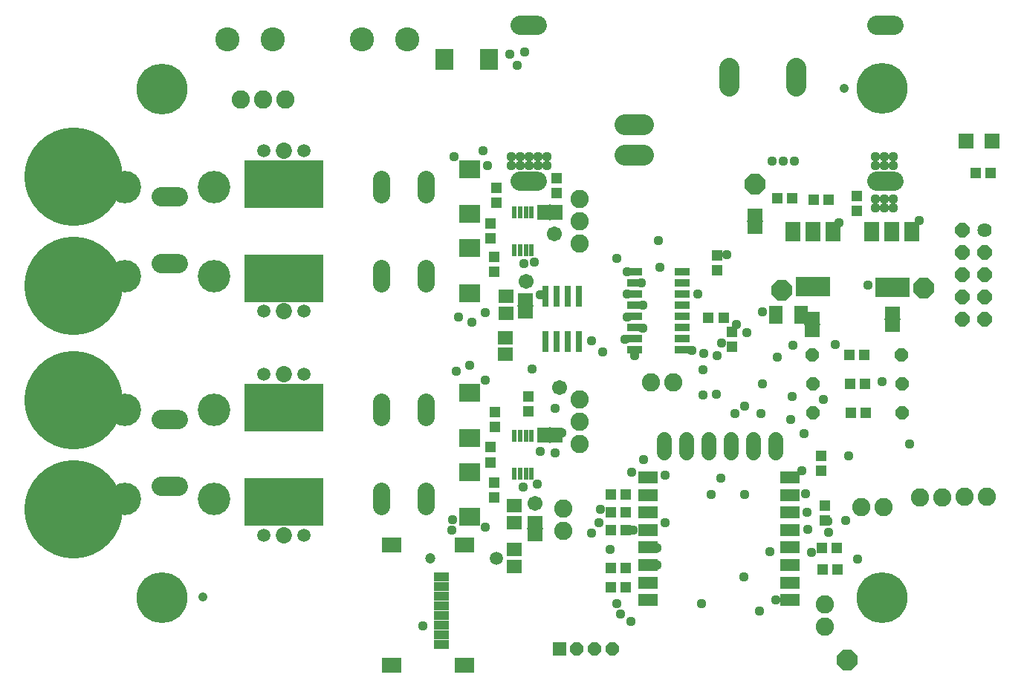
<source format=gts>
G75*
%MOIN*%
%OFA0B0*%
%FSLAX25Y25*%
%IPPOS*%
%LPD*%
%AMOC8*
5,1,8,0,0,1.08239X$1,22.5*
%
%ADD10R,0.02375X0.05524*%
%ADD11R,0.06700X0.08700*%
%ADD12R,0.15800X0.08700*%
%ADD13R,0.04737X0.05131*%
%ADD14R,0.05131X0.04737*%
%ADD15R,0.06706X0.05918*%
%ADD16C,0.08200*%
%ADD17R,0.08674X0.05524*%
%ADD18C,0.06800*%
%ADD19R,0.06800X0.03300*%
%ADD20R,0.35249X0.21272*%
%ADD21C,0.04769*%
%ADD22C,0.05950*%
%ADD23C,0.07296*%
%ADD24C,0.06400*%
%ADD25OC8,0.06400*%
%ADD26C,0.04737*%
%ADD27C,0.05918*%
%ADD28OC8,0.09300*%
%ADD29R,0.06000X0.06000*%
%ADD30OC8,0.06000*%
%ADD31R,0.08674X0.06509*%
%ADD32R,0.06706X0.03950*%
%ADD33C,0.09200*%
%ADD34R,0.09461X0.07887*%
%ADD35C,0.10800*%
%ADD36R,0.06706X0.06706*%
%ADD37R,0.07100X0.05400*%
%ADD38R,0.01600X0.03300*%
%ADD39R,0.07200X0.00600*%
%ADD40C,0.44107*%
%ADD41R,0.03162X0.09461*%
%ADD42C,0.03937*%
%ADD43R,0.07887X0.09461*%
%ADD44C,0.07800*%
%ADD45C,0.14580*%
%ADD46C,0.08600*%
%ADD47C,0.09050*%
%ADD48R,0.06076X0.07887*%
%ADD49R,0.05400X0.07100*%
%ADD50R,0.03300X0.01600*%
%ADD51R,0.00600X0.07200*%
%ADD52C,0.06737*%
%ADD53C,0.22800*%
%ADD54C,0.04369*%
D10*
X0261871Y0147324D03*
X0264430Y0147324D03*
X0266989Y0147324D03*
X0269548Y0147324D03*
X0269548Y0164306D03*
X0266989Y0164306D03*
X0264430Y0164306D03*
X0261871Y0164306D03*
X0261871Y0247718D03*
X0264430Y0247718D03*
X0266989Y0247718D03*
X0269548Y0247718D03*
X0269548Y0264699D03*
X0266989Y0264699D03*
X0264430Y0264699D03*
X0261871Y0264699D03*
D11*
X0386806Y0255962D03*
X0395806Y0255962D03*
X0404806Y0255962D03*
X0422239Y0255939D03*
X0431239Y0255939D03*
X0440239Y0255939D03*
D12*
X0431339Y0231139D03*
X0395906Y0231162D03*
D13*
X0355648Y0217486D03*
X0348955Y0217486D03*
X0352787Y0238654D03*
X0352787Y0245347D03*
X0415619Y0265280D03*
X0415619Y0271973D03*
X0468808Y0282403D03*
X0475501Y0282403D03*
X0280729Y0279878D03*
X0280729Y0273185D03*
X0253763Y0275709D03*
X0253763Y0269016D03*
X0251024Y0259555D03*
X0251024Y0252862D03*
X0252914Y0244791D03*
X0252914Y0238098D03*
X0268229Y0181878D03*
X0268229Y0175185D03*
X0253032Y0175131D03*
X0253032Y0168438D03*
X0251024Y0159161D03*
X0251024Y0152468D03*
X0252914Y0143413D03*
X0252914Y0136720D03*
X0305138Y0137943D03*
X0311831Y0137943D03*
X0311864Y0129915D03*
X0305171Y0129915D03*
X0305161Y0121837D03*
X0311854Y0121837D03*
X0311891Y0105022D03*
X0305199Y0105022D03*
X0305169Y0096289D03*
X0311862Y0096289D03*
X0400078Y0104420D03*
X0406771Y0104420D03*
X0406472Y0114138D03*
X0399779Y0114138D03*
X0401092Y0126368D03*
X0401092Y0133061D03*
X0399490Y0148620D03*
X0399490Y0155313D03*
D14*
X0412729Y0174531D03*
X0419422Y0174531D03*
X0419229Y0187531D03*
X0412536Y0187531D03*
X0412229Y0200531D03*
X0418922Y0200531D03*
X0359596Y0204214D03*
X0359596Y0210907D03*
X0379712Y0270893D03*
X0386405Y0270893D03*
X0396193Y0270282D03*
X0402886Y0270282D03*
D15*
X0257993Y0226889D03*
X0257993Y0219409D03*
X0257889Y0208319D03*
X0257889Y0200839D03*
X0261922Y0132955D03*
X0261922Y0125475D03*
X0261823Y0113256D03*
X0261823Y0105776D03*
D16*
X0283854Y0121751D03*
X0283854Y0131751D03*
X0291043Y0160635D03*
X0291043Y0170635D03*
X0291043Y0180635D03*
X0323029Y0188492D03*
X0333029Y0188492D03*
X0417440Y0132248D03*
X0427440Y0132248D03*
X0443943Y0136719D03*
X0453943Y0136719D03*
X0463914Y0136845D03*
X0473914Y0136845D03*
X0401220Y0088808D03*
X0401220Y0078808D03*
X0291007Y0250614D03*
X0291007Y0260614D03*
X0291007Y0270614D03*
X0159080Y0315226D03*
X0149080Y0315226D03*
X0139080Y0315226D03*
D17*
X0321828Y0145657D03*
X0321828Y0137783D03*
X0321828Y0129909D03*
X0321828Y0122035D03*
X0321828Y0114161D03*
X0321828Y0106287D03*
X0321828Y0098413D03*
X0321828Y0090539D03*
X0385607Y0090539D03*
X0385607Y0098413D03*
X0385607Y0106287D03*
X0385607Y0114161D03*
X0385607Y0122035D03*
X0385607Y0129909D03*
X0385607Y0137783D03*
X0385607Y0145657D03*
D18*
X0379198Y0156563D02*
X0379198Y0162563D01*
X0369198Y0162563D02*
X0369198Y0156563D01*
X0359198Y0156563D02*
X0359198Y0162563D01*
X0349198Y0162563D02*
X0349198Y0156563D01*
X0339198Y0156563D02*
X0339198Y0162563D01*
X0329198Y0162563D02*
X0329198Y0156563D01*
D19*
X0337052Y0202866D03*
X0337052Y0207866D03*
X0337052Y0212866D03*
X0337052Y0217866D03*
X0337052Y0222866D03*
X0337052Y0227866D03*
X0337052Y0232866D03*
X0337052Y0237866D03*
X0315831Y0237866D03*
X0315831Y0232866D03*
X0315831Y0227866D03*
X0315831Y0222866D03*
X0315831Y0217866D03*
X0315831Y0212866D03*
X0315831Y0207866D03*
X0315831Y0202866D03*
D20*
X0158457Y0177075D03*
X0158457Y0134555D03*
X0158457Y0234949D03*
X0158457Y0277468D03*
D21*
X0158457Y0277862D03*
X0151568Y0277862D03*
X0144678Y0277862D03*
X0144678Y0270972D03*
X0151568Y0270972D03*
X0158457Y0270972D03*
X0165347Y0270972D03*
X0172237Y0270972D03*
X0172237Y0277862D03*
X0165347Y0277862D03*
X0165347Y0284752D03*
X0158457Y0284752D03*
X0151568Y0284752D03*
X0144678Y0284752D03*
X0172237Y0284752D03*
X0172237Y0241445D03*
X0165347Y0241445D03*
X0158457Y0241445D03*
X0151568Y0241445D03*
X0144678Y0241445D03*
X0144678Y0234555D03*
X0151568Y0234555D03*
X0158457Y0234555D03*
X0165347Y0234555D03*
X0172237Y0234555D03*
X0172237Y0227665D03*
X0165347Y0227665D03*
X0158457Y0227665D03*
X0151568Y0227665D03*
X0144678Y0227665D03*
X0144678Y0184358D03*
X0151568Y0184358D03*
X0158457Y0184358D03*
X0165347Y0184358D03*
X0172237Y0184358D03*
X0172237Y0177468D03*
X0165347Y0177468D03*
X0158457Y0177468D03*
X0151568Y0177468D03*
X0144678Y0177468D03*
X0144678Y0170579D03*
X0151568Y0170579D03*
X0158457Y0170579D03*
X0165347Y0170579D03*
X0172237Y0170579D03*
X0172237Y0141051D03*
X0165347Y0141051D03*
X0158457Y0141051D03*
X0151568Y0141051D03*
X0144678Y0141051D03*
X0144678Y0134161D03*
X0151568Y0134161D03*
X0158457Y0134161D03*
X0165347Y0134161D03*
X0172237Y0134161D03*
X0172237Y0127271D03*
X0165347Y0127271D03*
X0158457Y0127271D03*
X0151568Y0127271D03*
X0144678Y0127271D03*
D22*
X0149568Y0119771D03*
X0167347Y0119771D03*
X0167347Y0191858D03*
X0149568Y0191858D03*
X0149568Y0220165D03*
X0167347Y0220165D03*
X0167347Y0292252D03*
X0149568Y0292252D03*
D23*
X0158457Y0292252D03*
X0158457Y0220165D03*
X0158457Y0191858D03*
X0158457Y0119771D03*
D24*
X0472678Y0256657D03*
D25*
X0462678Y0256657D03*
X0462678Y0246657D03*
X0472678Y0246657D03*
X0472678Y0236657D03*
X0462678Y0236657D03*
X0462678Y0226657D03*
X0472678Y0226657D03*
X0472678Y0216657D03*
X0462678Y0216657D03*
D26*
X0224299Y0109253D03*
D27*
X0253826Y0109253D03*
D28*
X0411135Y0063531D03*
X0381906Y0229571D03*
X0445339Y0230571D03*
X0369905Y0277341D03*
D29*
X0282094Y0068704D03*
D30*
X0289968Y0068704D03*
X0297842Y0068704D03*
X0305716Y0068704D03*
X0395729Y0174531D03*
X0395729Y0187531D03*
X0395576Y0200531D03*
X0435576Y0200531D03*
X0435729Y0187531D03*
X0435729Y0174531D03*
D31*
X0239366Y0115421D03*
X0206688Y0115421D03*
X0206688Y0061287D03*
X0239366Y0061287D03*
D32*
X0229129Y0070657D03*
X0229129Y0074988D03*
X0229129Y0079319D03*
X0229129Y0083649D03*
X0229129Y0087980D03*
X0229129Y0092311D03*
X0229129Y0096641D03*
X0229129Y0100972D03*
D33*
X0311540Y0290268D02*
X0319940Y0290268D01*
X0319940Y0304048D02*
X0311540Y0304048D01*
D34*
X0241713Y0283964D03*
X0241713Y0263886D03*
X0241713Y0248531D03*
X0241713Y0228453D03*
X0241713Y0183571D03*
X0241713Y0163492D03*
X0241713Y0148138D03*
X0241713Y0128059D03*
D35*
X0213833Y0342420D03*
X0193360Y0342420D03*
X0153597Y0342420D03*
X0133124Y0342420D03*
D36*
X0464422Y0296649D03*
X0476202Y0296649D03*
D37*
X0369901Y0263501D03*
X0369901Y0257501D03*
X0431339Y0219760D03*
X0431339Y0213760D03*
X0395406Y0211260D03*
X0395406Y0217260D03*
X0266729Y0219531D03*
X0266729Y0225531D03*
X0271229Y0125531D03*
X0271229Y0119531D03*
D38*
X0271229Y0122531D03*
X0395406Y0214260D03*
X0431339Y0216760D03*
X0369901Y0260501D03*
X0266729Y0222531D03*
D39*
X0266729Y0222531D03*
X0369901Y0260501D03*
X0431339Y0216760D03*
X0395406Y0214260D03*
X0271229Y0122531D03*
D40*
X0064135Y0131208D03*
X0064135Y0180421D03*
X0064135Y0231602D03*
X0064135Y0280815D03*
D41*
X0275902Y0227124D03*
X0280902Y0227124D03*
X0285902Y0227124D03*
X0290902Y0227124D03*
X0290902Y0206652D03*
X0285902Y0206652D03*
X0280902Y0206652D03*
X0275902Y0206652D03*
D42*
X0409686Y0320185D02*
X0409686Y0320185D01*
X0409686Y0320185D01*
X0409686Y0320185D01*
X0409686Y0320185D01*
X0409686Y0320185D01*
X0409686Y0320185D01*
X0409686Y0320185D01*
X0409686Y0320185D01*
X0122284Y0091838D02*
X0122284Y0091838D01*
X0122284Y0091838D01*
X0122284Y0091838D01*
X0122284Y0091838D01*
X0122284Y0091838D01*
X0122284Y0091838D01*
X0122284Y0091838D01*
X0122284Y0091838D01*
D43*
X0230426Y0333372D03*
X0250505Y0333372D03*
D44*
X0222229Y0279708D02*
X0222229Y0272708D01*
X0202229Y0272708D02*
X0202229Y0279708D01*
X0202229Y0239708D02*
X0202229Y0232708D01*
X0222229Y0232708D02*
X0222229Y0239708D01*
X0222229Y0179708D02*
X0222229Y0172708D01*
X0202229Y0172708D02*
X0202229Y0179708D01*
X0202229Y0139708D02*
X0202229Y0132708D01*
X0222229Y0132708D02*
X0222229Y0139708D01*
D45*
X0127229Y0136031D03*
X0087229Y0136031D03*
X0087229Y0176031D03*
X0127229Y0176031D03*
X0127229Y0236031D03*
X0087229Y0236031D03*
X0087229Y0276031D03*
X0127229Y0276031D03*
D46*
X0111129Y0271531D02*
X0103329Y0271531D01*
X0103329Y0241531D02*
X0111129Y0241531D01*
X0111129Y0171531D02*
X0103329Y0171531D01*
X0103329Y0141531D02*
X0111129Y0141531D01*
X0264329Y0278531D02*
X0272129Y0278531D01*
X0272129Y0348531D02*
X0264329Y0348531D01*
X0424329Y0348531D02*
X0432129Y0348531D01*
X0432129Y0278531D02*
X0424329Y0278531D01*
D47*
X0388229Y0321406D02*
X0388229Y0329656D01*
X0358229Y0329656D02*
X0358229Y0321406D01*
D48*
X0379099Y0218531D03*
X0390359Y0218531D03*
D49*
X0280729Y0264531D03*
X0274729Y0264531D03*
X0274729Y0164531D03*
X0280729Y0164531D03*
D50*
X0277729Y0164531D03*
X0277729Y0264531D03*
D51*
X0277729Y0264531D03*
X0277729Y0164531D03*
D52*
X0282229Y0186031D03*
X0267229Y0233531D03*
X0279729Y0255031D03*
X0271229Y0134031D03*
D53*
X0103932Y0091707D03*
X0426745Y0091700D03*
X0426745Y0320164D03*
X0103932Y0320092D03*
D54*
X0234817Y0289804D03*
X0241804Y0283800D03*
X0249971Y0285716D03*
X0247971Y0292216D03*
X0260585Y0289800D03*
X0264585Y0289800D03*
X0268585Y0289800D03*
X0272585Y0289800D03*
X0276585Y0289800D03*
X0276585Y0285800D03*
X0272585Y0285800D03*
X0268585Y0285800D03*
X0264585Y0285800D03*
X0260585Y0285800D03*
X0326417Y0252154D03*
X0307729Y0244031D03*
X0312531Y0237866D03*
X0318801Y0232863D03*
X0312618Y0227866D03*
X0319373Y0222873D03*
X0312427Y0217769D03*
X0319532Y0212813D03*
X0311451Y0207657D03*
X0315787Y0200317D03*
X0301403Y0201955D03*
X0296566Y0207007D03*
X0269930Y0194312D03*
X0248930Y0189312D03*
X0241804Y0195907D03*
X0235847Y0193433D03*
X0242910Y0215250D03*
X0236734Y0217653D03*
X0248910Y0219750D03*
X0241804Y0228682D03*
X0266063Y0241531D03*
X0270832Y0242462D03*
X0273625Y0227534D03*
X0327101Y0240069D03*
X0343991Y0227924D03*
X0361559Y0214333D03*
X0366300Y0210734D03*
X0354646Y0206015D03*
X0346857Y0201393D03*
X0341424Y0202584D03*
X0352905Y0200485D03*
X0346638Y0193943D03*
X0346528Y0182821D03*
X0352455Y0183020D03*
X0365108Y0177644D03*
X0360808Y0174359D03*
X0372591Y0174359D03*
X0385744Y0171502D03*
X0391747Y0165265D03*
X0411754Y0155169D03*
X0390964Y0148620D03*
X0392444Y0138204D03*
X0393198Y0129915D03*
X0402488Y0126122D03*
X0402649Y0120944D03*
X0393543Y0122380D03*
X0410428Y0126479D03*
X0395109Y0112092D03*
X0376352Y0112319D03*
X0364881Y0100842D03*
X0378998Y0090648D03*
X0371767Y0085701D03*
X0345765Y0088985D03*
X0314126Y0081022D03*
X0309381Y0084306D03*
X0307798Y0088890D03*
X0325717Y0106223D03*
X0325896Y0114072D03*
X0315213Y0121837D03*
X0304849Y0113492D03*
X0296490Y0120540D03*
X0299921Y0125424D03*
X0300460Y0131271D03*
X0314424Y0148084D03*
X0319924Y0153584D03*
X0329424Y0146584D03*
X0350153Y0137985D03*
X0354506Y0145440D03*
X0365202Y0137985D03*
X0329611Y0125237D03*
X0280229Y0156531D03*
X0273430Y0157312D03*
X0283229Y0165531D03*
X0280229Y0176531D03*
X0272179Y0142545D03*
X0265907Y0141286D03*
X0234056Y0126788D03*
X0233930Y0121883D03*
X0248804Y0123288D03*
X0220924Y0079084D03*
X0415838Y0109147D03*
X0439193Y0160642D03*
X0400424Y0180584D03*
X0386406Y0182113D03*
X0373161Y0187531D03*
X0379924Y0199584D03*
X0386802Y0204954D03*
X0405943Y0205410D03*
X0379924Y0219084D03*
X0373001Y0219855D03*
X0420580Y0232006D03*
X0407424Y0260084D03*
X0423863Y0266674D03*
X0427863Y0266674D03*
X0431863Y0266674D03*
X0431863Y0270674D03*
X0427863Y0270674D03*
X0423863Y0270674D03*
X0443424Y0261084D03*
X0431863Y0285674D03*
X0427863Y0285674D03*
X0423863Y0285674D03*
X0423863Y0289674D03*
X0427863Y0289674D03*
X0431863Y0289674D03*
X0387457Y0287674D03*
X0382457Y0287674D03*
X0377457Y0287674D03*
X0357228Y0245586D03*
X0426754Y0188669D03*
X0263299Y0330780D03*
X0259826Y0335719D03*
X0266455Y0336553D03*
M02*

</source>
